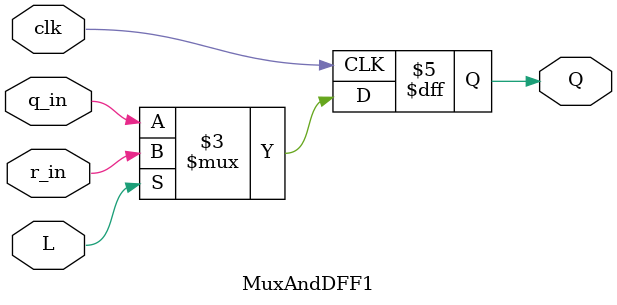
<source format=v>


module MuxAndDFF1
(
  input clk,
  input L,
  input r_in,
  input q_in,
  output reg Q
);


  always @(posedge clk) begin
    if(L) Q <= r_in; 
    else Q <= q_in;
  end


endmodule


</source>
